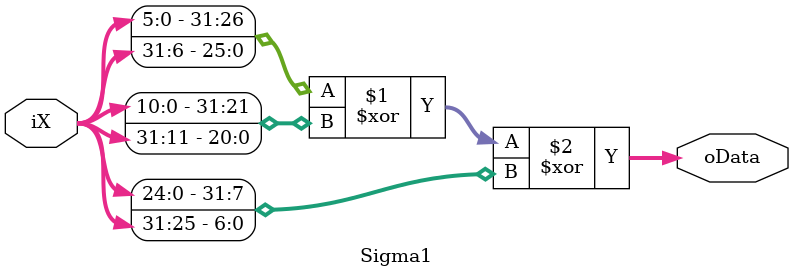
<source format=v>
module Sigma1(
		input 				[31:0] iX,
		output				[31:0] oData
			);
			
	assign oData = {iX[5:0],iX[31:6]} ^ {iX[10:0],iX[31:11]} ^ {iX[24:0],iX[31:25]};
endmodule


</source>
